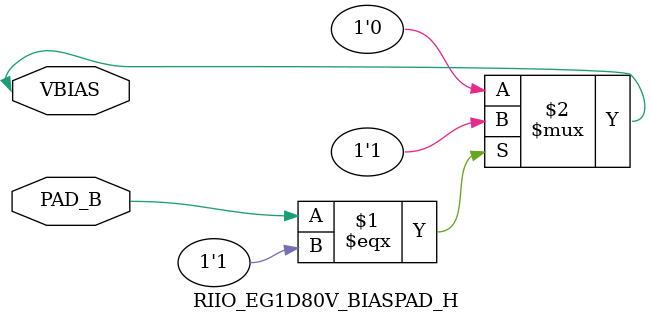
<source format=v>
`timescale 1ns/10ps
module RIIO_EG1D80V_BIASPAD_H(
		PAD_B
		, VBIAS

`ifdef USE_PG_PIN
        ,
		VDDIO,
		VSSIO,
		VDD,
		VSS
`endif// USE_PG_PIN
		);


	// PAD
inout
`ifdef USE_AMS_EXTENSION
`ifdef INCA
    (* integer supplySensitivity = "VDDIO";
	   integer groundSensitivity = "VSSIO"; *)
`endif//INCA
`endif//USE_AMS_EXTENSION
  PAD_B;


inout 
`ifdef USE_AMS_EXTENSION
`ifdef INCA
(* 
  integer inh_conn_prop_name = "vbias";
  integer inh_conn_def_value = "cds_globals.\\VBIAS! ";
  integer supplySensitivity = "VDDIO";
  integer groundSensitivity = "VSSIO";
*)
`endif//INCA
`endif//USE_AMS_EXTENSION
  VBIAS;

`ifdef USE_PG_PIN
	// supply
inout 
`ifdef USE_AMS_EXTENSION
`ifdef INCA
    (* integer inh_conn_prop_name = "vddio";
       integer inh_conn_def_value = "cds_globals.\\VDDIO! "; *)
`endif//INCA
`endif//USE_AMS_EXTENSION
  VDDIO;
inout 
`ifdef USE_AMS_EXTENSION
`ifdef INCA
    (* integer inh_conn_prop_name = "vssio";
       integer inh_conn_def_value = "cds_globals.\\VSSIO! "; *)
`endif//INCA
`endif//USE_AMS_EXTENSION
  VSSIO;
inout 
`ifdef USE_AMS_EXTENSION
`ifdef INCA
    (* integer inh_conn_prop_name = "vdd";
       integer inh_conn_def_value = "cds_globals.\\VDD! "; *)
`endif//INCA
`endif//USE_AMS_EXTENSION
  VDD;
inout 
`ifdef USE_AMS_EXTENSION
`ifdef INCA
    (* integer inh_conn_prop_name = "vss";
       integer inh_conn_def_value = "cds_globals.\\VSS! "; *)
`endif//INCA
`endif//USE_AMS_EXTENSION
  VSS;
`endif// USE_PG_PIN



assign VBIAS = (PAD_B===1'b1) ? 1'b1 : 1'b0;


endmodule

</source>
